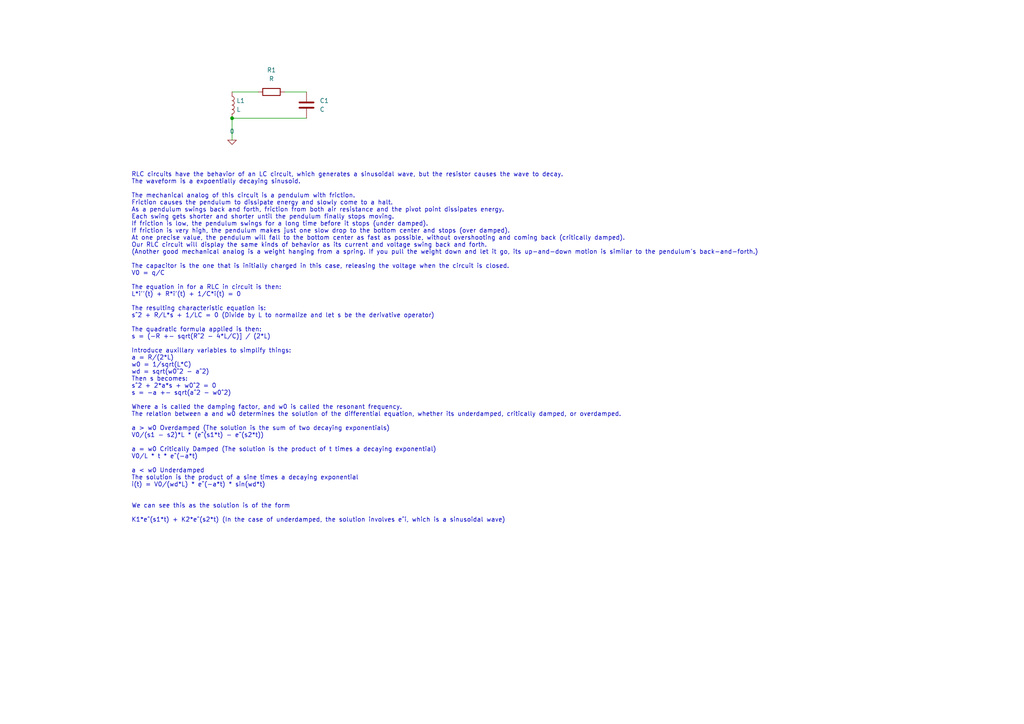
<source format=kicad_sch>
(kicad_sch (version 20230121) (generator eeschema)
  (paper "A4")
  (lib_symbols
    (symbol "Device:C" (pin_numbers hide) (pin_names (offset 0.254))
      (property "Reference" "C" (at 0.635 2.54 0))
      (property "Value" "C" (at 0.635 -2.54 0))
      (symbol "C_0_1"
        (polyline (pts (xy -2.032 -0.762) (xy 2.032 -0.762)) (stroke (width 0.508)))
        (polyline (pts (xy -2.032 0.762) (xy 2.032 0.762)) (stroke (width 0.508)))
      )
      (symbol "C_1_1"
        (pin passive line (at 0 3.81 270) (length 2.794) (name "~") (number "1"))
        (pin passive line (at 0 -3.81 90) (length 2.794) (name "~") (number "2"))
      )
    )
    (symbol "Device:L" (pin_numbers hide) (pin_names (offset 1.016) hide)
      (property "Reference" "L" (at -1.27 0 90))
      (property "Value" "L" (at 1.905 0 90))
      (symbol "L_0_1"
        (arc (start 0 -2.54) (mid 0.6323 -1.905) (end 0 -1.27))
        (arc (start 0 -1.27) (mid 0.6323 -0.635) (end 0 0))
        (arc (start 0 0) (mid 0.6323 0.635) (end 0 1.27))
        (arc (start 0 1.27) (mid 0.6323 1.905) (end 0 2.54))
      )
      (symbol "L_1_1"
        (pin passive line (at 0 3.81 270) (length 1.27) (name "1") (number "1"))
        (pin passive line (at 0 -3.81 90) (length 1.27) (name "2") (number "2"))
      )
    )
    (symbol "Device:R" (pin_numbers hide) (pin_names (offset 0))
      (property "Reference" "R" (at 2.032 0 90))
      (property "Value" "R" (at 0 0 90))
      (symbol "R_0_1"
        (rectangle (start -1.016 -2.54) (end 1.016 2.54) (stroke (width 0.254)))
      )
      (symbol "R_1_1"
        (pin passive line (at 0 3.81 270) (length 1.27) (name "~") (number "1"))
        (pin passive line (at 0 -3.81 90) (length 1.27) (name "~") (number "2"))
      )
    )
    (symbol "Simulation_SPICE:0" (power) (pin_names (offset 0))
      (property "Value" "0" (at 0 -1.778 0))
      (symbol "0_0_1"
        (polyline (pts (xy -1.27 0) (xy 0 -1.27) (xy 1.27 0) (xy -1.27 0)))
      )
      (symbol "0_1_1"
        (pin power_in line (at 0 0 0) (length 0) hide (name "0") (number "1"))
      )
    )
  )
  (junction (at 67.31 34.29))
  (wire (pts (xy 67.31 26.67) (xy 74.93 26.67)))
  (wire (pts (xy 82.55 26.67) (xy 88.9 26.67)))
  (wire (pts (xy 67.31 34.29) (xy 88.9 34.29)))
  (wire (pts (xy 67.31 34.29) (xy 67.31 40.64)))
  (text "RLC circuits have the behavior of an LC circuit, which generates a sinusoidal wave, but the resistor causes the wave to decay.\nThe waveform is a expoentially decaying sinusoid.\n\nThe mechanical analog of this circuit is a pendulum with friction.\nFriction causes the pendulum to dissipate energy and slowly come to a halt.\nAs a pendulum swings back and forth, friction from both air resistance and the pivot point dissipates energy.\nEach swing gets shorter and shorter until the pendulum finally stops moving.\nIf friction is low, the pendulum swings for a long time before it stops (under damped).\nIf friction is very high, the pendulum makes just one slow drop to the bottom center and stops (over damped).\nAt one precise value, the pendulum will fall to the bottom center as fast as possible, without overshooting and coming back (critically damped).\nOur RLC circuit will display the same kinds of behavior as its current and voltage swing back and forth.\n(Another good mechanical analog is a weight hanging from a spring. If you pull the weight down and let it go, its up-and-down motion is similar to the pendulum's back-and-forth.)\n\nThe capacitor is the one that is initially charged in this case, releasing the voltage when the circuit is closed.\nV0 = q/C\n\nThe equation in for a RLC in circuit is then:\nL*i''(t) + R*i'(t) + 1/C*i(t) = 0\n\nThe resulting characteristic equation is:\ns^2 + R/L*s + 1/LC = 0 (Divide by L to normalize and let s be the derivative operator)\n\nThe quadratic formula applied is then:\ns = (-R +- sqrt(R^2 - 4*L/C)] / (2*L)\n\nIntroduce auxillary variables to simplify things:\na = R/(2*L)\nw0 = 1/sqrt(L*C)\nwd = sqrt(w0^2 - a^2)\nThen s becomes:\ns^2 + 2*a*s + w0^2 = 0\ns = -a +- sqrt(a^2 - w0^2)\n\nWhere a is called the damping factor, and w0 is called the resonant frequency.\nThe relation between a and w0 determines the solution of the differential equation, whether its underdamped, critically damped, or overdamped.\n\na > w0 Overdamped (The solution is the sum of two decaying exponentials)\nV0/(s1 - s2)*L * (e^(s1*t) - e^(s2*t))\n\na = w0 Critically Damped (The solution is the product of t times a decaying exponential)\nV0/L * t * e^(-a*t)\n\na < w0 Underdamped\nThe solution is the product of a sine times a decaying exponential\ni(t) = V0/(wd*L) * e^(-a*t) * sin(wd*t)\n\n\nWe can see this as the solution is of the form\n\nK1*e^(s1*t) + K2*e^(s2*t) (In the case of underdamped, the solution involves e^i, which is a sinusoidal wave)\n\n" (at 38.1 153.67 0) (effects (font (size 1.27 1.27)) (justify left bottom)))
  (symbol (lib_id "Device:L") (at 67.31 30.48 0) (unit 1)
    (property "Reference" "L1" (at 68.58 29.21 0) (effects (justify left)))
    (property "Value" "L" (at 68.58 31.75 0) (effects (justify left)))
  )
  (symbol (lib_id "Device:C") (at 88.9 30.48 180) (unit 1)
    (property "Reference" "C1" (at 92.71 29.21 0) (effects (justify right)))
    (property "Value" "C" (at 92.71 31.75 0) (effects (justify right)))
  )
  (symbol (lib_id "Simulation_SPICE:0") (at 67.31 40.64 0) (unit 1)
    (property "Reference" "#GND01" (effects hide))
    (property "Value" "0" (at 67.31 38.1 0))
  )
  (symbol (lib_id "Device:R") (at 78.74 26.67 90) (unit 1)
    (property "Reference" "R1" (at 78.74 20.32 90))
    (property "Value" "R" (at 78.74 22.86 90))
  )
)
</source>
